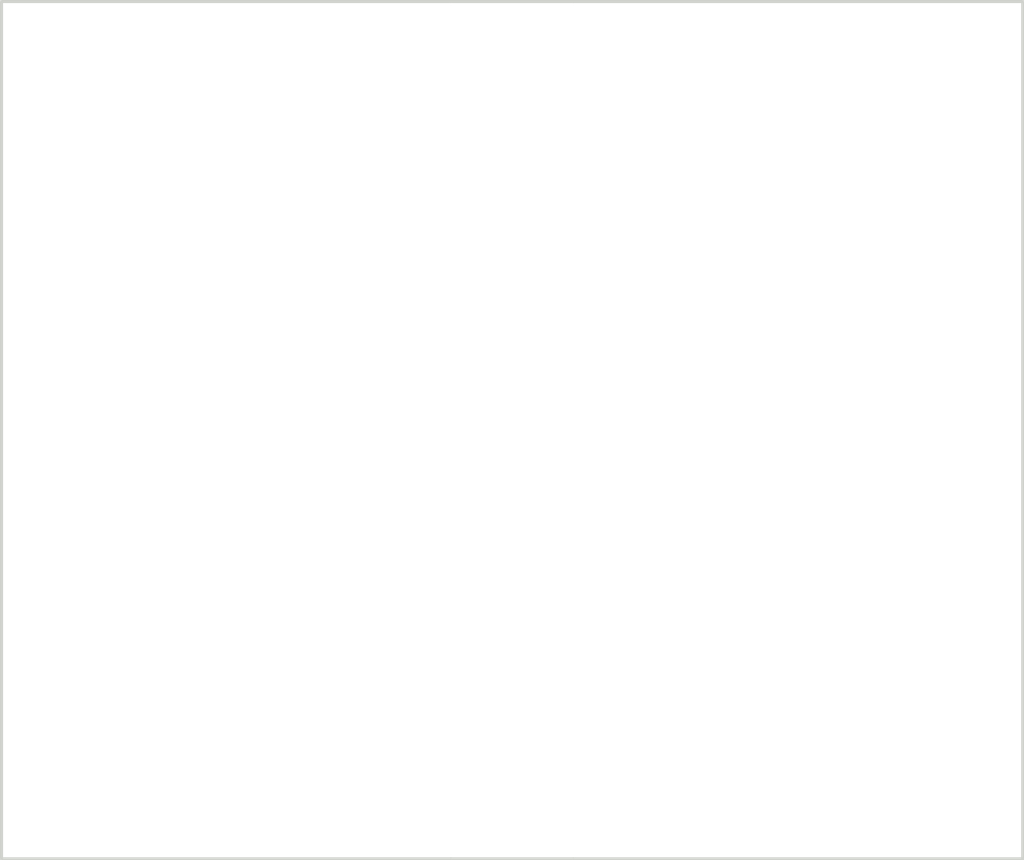
<source format=kicad_pcb>
(kicad_pcb (version 4) (host pcbnew "(2014-07-12 BZR 4289 GOST-COMMITTERS)-product")

  (general
    (links 0)
    (no_connects 0)
    (area 99 49.924999 150.075001 92.075001)
    (thickness 1.6)
    (drawings 24)
    (tracks 0)
    (zones 0)
    (modules 0)
    (nets 1)
  )

  (page A4)
  (layers
    (0 F.Cu signal)
    (31 B.Cu signal)
    (36 B.SilkS user)
    (37 F.SilkS user)
    (38 B.Mask user)
    (39 F.Mask user)
    (40 Dwgs.User user)
    (44 Edge.Cuts user)
  )

  (setup
    (last_trace_width 0.2)
    (trace_clearance 0.2)
    (zone_clearance 0.3)
    (zone_45_only no)
    (trace_min 0.2)
    (segment_width 0.15)
    (edge_width 0.15)
    (via_size 0.7)
    (via_drill 0.3)
    (via_min_size 0.7)
    (via_min_drill 0.3)
    (uvia_size 0.7)
    (uvia_drill 0.3)
    (uvias_allowed no)
    (uvia_min_size 0.508)
    (uvia_min_drill 0.127)
    (pcb_text_width 0.3)
    (pcb_text_size 1.5 1.5)
    (mod_edge_width 0.15)
    (mod_text_size 1.5 1.5)
    (mod_text_width 0.15)
    (pad_size 1.8 1.8)
    (pad_drill 1)
    (pad_to_mask_clearance 0.2)
    (aux_axis_origin 150 92)
    (grid_origin 100 50)
    (visible_elements 7FFFF77F)
    (pcbplotparams
      (layerselection 0x010f0_80000001)
      (usegerberextensions true)
      (gerberprecision 5)
      (excludeedgelayer true)
      (linewidth 0.150000)
      (plotframeref false)
      (viasonmask false)
      (mode 1)
      (useauxorigin false)
      (hpglpennumber 1)
      (hpglpenspeed 20)
      (hpglpendiameter 15)
      (hpglpenoverlay 2)
      (psnegative false)
      (psa4output false)
      (plotreference true)
      (plotvalue true)
      (plotinvisibletext false)
      (padsonsilk false)
      (subtractmaskfromsilk false)
      (outputformat 1)
      (mirror false)
      (drillshape 0)
      (scaleselection 1)
      (outputdirectory Gerber/))
  )

  (net 0 "")

  (net_class Default "Это класс цепей по умолчанию."
    (clearance 0.2)
    (trace_width 0.2)
    (via_dia 0.7)
    (via_drill 0.3)
    (uvia_dia 0.7)
    (uvia_drill 0.3)
  )

  (net_class wide ""
    (clearance 0.2)
    (trace_width 0.5)
    (via_dia 0.7)
    (via_drill 0.3)
    (uvia_dia 0.7)
    (uvia_drill 0.3)
  )

  (gr_line (start 150 50) (end 150 92) (angle 90) (layer Edge.Cuts) (width 0.15))
  (gr_line (start 100 92) (end 100 50) (angle 90) (layer Edge.Cuts) (width 0.15))
  (gr_line (start 122 50) (end 100 50) (angle 90) (layer Edge.Cuts) (width 0.15))
  (gr_line (start 128 50) (end 122 50) (angle 90) (layer Edge.Cuts) (width 0.15) (tstamp 59BE7614))
  (gr_line (start 128 92) (end 122 92) (angle 90) (layer Edge.Cuts) (width 0.15) (tstamp 59BE7603))
  (gr_line (start 128 50) (end 150 50) (angle 90) (layer Edge.Cuts) (width 0.15))
  (gr_line (start 128 51) (end 128 50) (angle 90) (layer Dwgs.User) (width 0.15))
  (gr_line (start 122 51) (end 122 50) (angle 90) (layer Dwgs.User) (width 0.15))
  (gr_line (start 128 51) (end 122 51) (angle 90) (layer Dwgs.User) (width 0.15))
  (gr_line (start 122 92) (end 100 92) (angle 90) (layer Edge.Cuts) (width 0.15))
  (gr_line (start 128 92) (end 150 92) (angle 90) (layer Edge.Cuts) (width 0.15))
  (gr_line (start 122 91) (end 122 92) (angle 90) (layer Dwgs.User) (width 0.15))
  (gr_line (start 128 91) (end 122 91) (angle 90) (layer Dwgs.User) (width 0.15))
  (gr_line (start 128 92) (end 128 91) (angle 90) (layer Dwgs.User) (width 0.15))
  (gr_line (start 125 92) (end 125 89.4) (angle 90) (layer Dwgs.User) (width 0.15))
  (gr_line (start 125 50) (end 125 52.6) (angle 90) (layer Dwgs.User) (width 0.15))
  (gr_text 0x0 (at 126.6 70.2) (layer Dwgs.User)
    (effects (font (size 0.5 0.5) (thickness 0.1)))
  )
  (gr_line (start 125.55 70.75) (end 127.3 70.75) (angle 90) (layer Dwgs.User) (width 0.15))
  (gr_line (start 125.8 70.5) (end 125.55 70.75) (angle 90) (layer Dwgs.User) (width 0.15))
  (gr_line (start 125.8 71) (end 125.8 70.5) (angle 90) (layer Dwgs.User) (width 0.15))
  (gr_line (start 125.55 70.75) (end 125.8 71) (angle 90) (layer Dwgs.User) (width 0.15))
  (gr_circle (center 125 70.75) (end 125.25 70.75) (layer Dwgs.User) (width 0.15))
  (gr_line (start 144.25 70.75) (end 150 70.75) (angle 90) (layer Dwgs.User) (width 0.15) (tstamp 5947DD0A))
  (gr_line (start 100 70.75) (end 105.75 70.75) (angle 90) (layer Dwgs.User) (width 0.15))

)

</source>
